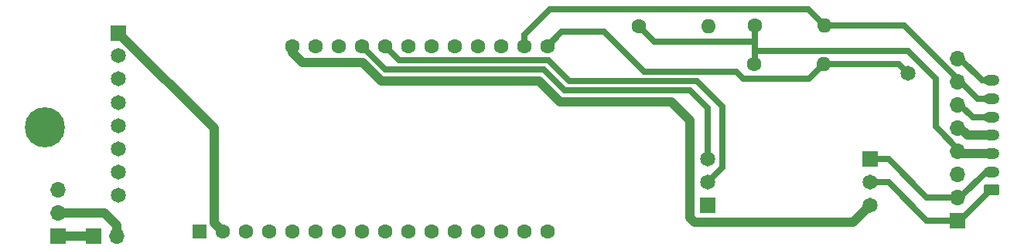
<source format=gbr>
%TF.GenerationSoftware,KiCad,Pcbnew,6.0.0-rc1-unknown-5bf9bd3ebb~144~ubuntu20.04.1*%
%TF.CreationDate,2021-12-20T20:37:31+08:00*%
%TF.ProjectId,kicad-openctd,6b696361-642d-46f7-9065-6e6374642e6b,rev?*%
%TF.SameCoordinates,Original*%
%TF.FileFunction,Copper,L1,Top*%
%TF.FilePolarity,Positive*%
%FSLAX46Y46*%
G04 Gerber Fmt 4.6, Leading zero omitted, Abs format (unit mm)*
G04 Created by KiCad (PCBNEW 6.0.0-rc1-unknown-5bf9bd3ebb~144~ubuntu20.04.1) date 2021-12-20 20:37:31*
%MOMM*%
%LPD*%
G01*
G04 APERTURE LIST*
G04 Aperture macros list*
%AMRoundRect*
0 Rectangle with rounded corners*
0 $1 Rounding radius*
0 $2 $3 $4 $5 $6 $7 $8 $9 X,Y pos of 4 corners*
0 Add a 4 corners polygon primitive as box body*
4,1,4,$2,$3,$4,$5,$6,$7,$8,$9,$2,$3,0*
0 Add four circle primitives for the rounded corners*
1,1,$1+$1,$2,$3*
1,1,$1+$1,$4,$5*
1,1,$1+$1,$6,$7*
1,1,$1+$1,$8,$9*
0 Add four rect primitives between the rounded corners*
20,1,$1+$1,$2,$3,$4,$5,0*
20,1,$1+$1,$4,$5,$6,$7,0*
20,1,$1+$1,$6,$7,$8,$9,0*
20,1,$1+$1,$8,$9,$2,$3,0*%
G04 Aperture macros list end*
%TA.AperFunction,ComponentPad*%
%ADD10C,1.600000*%
%TD*%
%TA.AperFunction,ComponentPad*%
%ADD11O,1.600000X1.600000*%
%TD*%
%TA.AperFunction,ComponentPad*%
%ADD12R,1.600000X1.600000*%
%TD*%
%TA.AperFunction,ComponentPad*%
%ADD13R,1.651000X1.651000*%
%TD*%
%TA.AperFunction,ComponentPad*%
%ADD14C,1.651000*%
%TD*%
%TA.AperFunction,ComponentPad*%
%ADD15R,1.700000X1.700000*%
%TD*%
%TA.AperFunction,ComponentPad*%
%ADD16O,1.700000X1.700000*%
%TD*%
%TA.AperFunction,ComponentPad*%
%ADD17RoundRect,0.250000X0.625000X-0.350000X0.625000X0.350000X-0.625000X0.350000X-0.625000X-0.350000X0*%
%TD*%
%TA.AperFunction,ComponentPad*%
%ADD18O,1.750000X1.200000*%
%TD*%
%TA.AperFunction,ViaPad*%
%ADD19C,4.400000*%
%TD*%
%TA.AperFunction,ViaPad*%
%ADD20C,1.651000*%
%TD*%
%TA.AperFunction,Conductor*%
%ADD21C,1.016000*%
%TD*%
%TA.AperFunction,Conductor*%
%ADD22C,0.635000*%
%TD*%
G04 APERTURE END LIST*
D10*
%TO.P,R1,1,1*%
%TO.N,+3V3*%
X162794000Y-82900000D03*
D11*
%TO.P,R1,2,2*%
%TO.N,D6*%
X170414000Y-82900000D03*
%TD*%
D12*
%TO.P,U3,1,Rst*%
%TO.N,unconnected-(U3-Pad1)*%
X114700000Y-105385000D03*
D10*
%TO.P,U3,2,3V3*%
%TO.N,+3V3*%
X117240000Y-105385000D03*
%TO.P,U3,3,Aref*%
%TO.N,unconnected-(U3-Pad3)*%
X119780000Y-105385000D03*
%TO.P,U3,4,GND*%
%TO.N,GND*%
X122320000Y-105385000D03*
%TO.P,U3,5,A0*%
%TO.N,unconnected-(U3-Pad5)*%
X124860000Y-105385000D03*
%TO.P,U3,6,A1*%
%TO.N,unconnected-(U3-Pad6)*%
X127400000Y-105385000D03*
%TO.P,U3,7,A2*%
%TO.N,unconnected-(U3-Pad7)*%
X129940000Y-105385000D03*
%TO.P,U3,8,A3*%
%TO.N,unconnected-(U3-Pad8)*%
X132480000Y-105385000D03*
%TO.P,U3,9,A4/D24*%
%TO.N,unconnected-(U3-Pad9)*%
X135020000Y-105385000D03*
%TO.P,U3,10,A5/D25*%
%TO.N,unconnected-(U3-Pad10)*%
X137560000Y-105385000D03*
%TO.P,U3,11,SCK*%
%TO.N,unconnected-(U3-Pad11)*%
X140100000Y-105385000D03*
%TO.P,U3,12,MO*%
%TO.N,unconnected-(U3-Pad12)*%
X142640000Y-105385000D03*
%TO.P,U3,13,MI*%
%TO.N,unconnected-(U3-Pad13)*%
X145180000Y-105385000D03*
%TO.P,U3,14,Rx/D0*%
%TO.N,unconnected-(U3-Pad14)*%
X147720000Y-105385000D03*
%TO.P,U3,15,Tx/D1*%
%TO.N,Tx*%
X150260000Y-105385000D03*
%TO.P,U3,16,NC*%
%TO.N,unconnected-(U3-Pad16)*%
X152800000Y-105385000D03*
%TO.P,U3,17,SDA*%
%TO.N,SDA*%
X152800000Y-85065000D03*
%TO.P,U3,18,SCL*%
%TO.N,SCL*%
X150260000Y-85065000D03*
%TO.P,U3,19,D5*%
%TO.N,unconnected-(U3-Pad19)*%
X147720000Y-85065000D03*
%TO.P,U3,20,D6*%
%TO.N,D6*%
X145180000Y-85065000D03*
%TO.P,U3,21,D9*%
%TO.N,unconnected-(U3-Pad21)*%
X142640000Y-85065000D03*
%TO.P,U3,22,D10*%
%TO.N,unconnected-(U3-Pad22)*%
X140100000Y-85065000D03*
%TO.P,U3,23,D11*%
%TO.N,unconnected-(U3-Pad23)*%
X137560000Y-85065000D03*
%TO.P,U3,24,D12*%
%TO.N,EC_TX*%
X135020000Y-85065000D03*
%TO.P,U3,25,D13*%
%TO.N,EC_RX*%
X132480000Y-85065000D03*
%TO.P,U3,26,USB*%
%TO.N,unconnected-(U3-Pad26)*%
X129940000Y-85065000D03*
%TO.P,U3,27,EN*%
%TO.N,unconnected-(U3-Pad27)*%
X127400000Y-85065000D03*
%TO.P,U3,28,Bat*%
%TO.N,+BATT*%
X124860000Y-85065000D03*
%TD*%
D13*
%TO.P,U2,1,Gnd*%
%TO.N,GND*%
X170355000Y-102559000D03*
D14*
%TO.P,U2,2,Tx/SDA*%
%TO.N,EC_TX*%
X170355000Y-100019000D03*
%TO.P,U2,3,Rx/SCL*%
%TO.N,EC_RX*%
X170355000Y-97479000D03*
D13*
%TO.P,U2,4,PRB*%
%TO.N,PRB0*%
X188135000Y-97479000D03*
D14*
%TO.P,U2,5,PRB*%
%TO.N,PRB1*%
X188135000Y-100019000D03*
%TO.P,U2,6,Vcc*%
%TO.N,+BATT*%
X188135000Y-102559000D03*
%TD*%
D15*
%TO.P,J1,1,Pin_1*%
%TO.N,Net-(J1-Pad1)*%
X103100000Y-105950000D03*
D16*
%TO.P,J1,2,Pin_2*%
%TO.N,Net-(J1-Pad2)*%
X105640000Y-105950000D03*
%TD*%
D15*
%TO.P,J2,1,Pin_1*%
%TO.N,Net-(J1-Pad1)*%
X99270000Y-105950000D03*
D16*
%TO.P,J2,2,Pin_2*%
%TO.N,Net-(J1-Pad2)*%
X99270000Y-103410000D03*
%TO.P,J2,3,Pin_3*%
%TO.N,unconnected-(J2-Pad3)*%
X99270000Y-100870000D03*
%TD*%
D10*
%TO.P,R3,1,1*%
%TO.N,+3V3*%
X175458000Y-87086000D03*
D11*
%TO.P,R3,2,2*%
%TO.N,SDA*%
X183078000Y-87086000D03*
%TD*%
D10*
%TO.P,R2,1,1*%
%TO.N,+3V3*%
X175514000Y-82816000D03*
D11*
%TO.P,R2,2,2*%
%TO.N,SCL*%
X183134000Y-82816000D03*
%TD*%
D13*
%TO.P,U1,1,Vin*%
%TO.N,+3V3*%
X105875000Y-83645000D03*
D14*
%TO.P,U1,2,Gnd*%
%TO.N,GND*%
X105863570Y-86134568D03*
%TO.P,U1,3,SCL*%
%TO.N,SCL*%
X105863570Y-88671711D03*
%TO.P,U1,4,SDA*%
%TO.N,SDA*%
X105863570Y-91265000D03*
%TO.P,U1,5,BAT*%
%TO.N,unconnected-(U1-Pad5)*%
X105863570Y-93805000D03*
%TO.P,U1,6,32K*%
%TO.N,unconnected-(U1-Pad6)*%
X105863570Y-96345000D03*
%TO.P,U1,7,SQW*%
%TO.N,unconnected-(U1-Pad7)*%
X105863570Y-98885000D03*
%TO.P,U1,8,nRST*%
%TO.N,unconnected-(U1-Pad8)*%
X105863570Y-101425000D03*
%TD*%
D17*
%TO.P,J4,1,Pin_1*%
%TO.N,PRB1*%
X201422000Y-100862000D03*
D18*
%TO.P,J4,2,Pin_2*%
%TO.N,PRB0*%
X201422000Y-98862000D03*
%TO.P,J4,3,Pin_3*%
%TO.N,+3V3*%
X201422000Y-96862000D03*
%TO.P,J4,4,Pin_4*%
%TO.N,GND*%
X201422000Y-94862000D03*
%TO.P,J4,5,Pin_5*%
%TO.N,SDA*%
X201422000Y-92862000D03*
%TO.P,J4,6,Pin_6*%
%TO.N,SCL*%
X201422000Y-90862000D03*
%TO.P,J4,7,Pin_7*%
%TO.N,D6*%
X201422000Y-88862000D03*
%TD*%
D15*
%TO.P,J3,1,Pin_1*%
%TO.N,PRB1*%
X197740000Y-104200000D03*
D16*
%TO.P,J3,2,Pin_2*%
%TO.N,PRB0*%
X197740000Y-101660000D03*
%TO.P,J3,3,Pin_3*%
%TO.N,unconnected-(J3-Pad3)*%
X197740000Y-99120000D03*
%TO.P,J3,4,Pin_4*%
%TO.N,+3V3*%
X197740000Y-96580000D03*
%TO.P,J3,5,Pin_5*%
%TO.N,GND*%
X197740000Y-94040000D03*
%TO.P,J3,6,Pin_6*%
%TO.N,SDA*%
X197740000Y-91500000D03*
%TO.P,J3,7,Pin_7*%
%TO.N,SCL*%
X197740000Y-88960000D03*
%TO.P,J3,8,Pin_8*%
%TO.N,D6*%
X197740000Y-86420000D03*
%TD*%
D19*
%TO.N,*%
X97750000Y-94000000D03*
D20*
%TO.N,SDA*%
X192278000Y-88086000D03*
%TD*%
D21*
%TO.N,+3V3*%
X105875000Y-83645000D02*
X116343489Y-94113489D01*
X116343489Y-104488489D02*
X117240000Y-105385000D01*
D22*
X164516000Y-84622000D02*
X175400000Y-84622000D01*
D21*
X201422000Y-96862000D02*
X198274000Y-96862000D01*
D22*
X195326000Y-93914000D02*
X197992000Y-96580000D01*
X175514000Y-82816000D02*
X175514000Y-84736000D01*
X192278000Y-85622000D02*
X195326000Y-88670000D01*
D21*
X198274000Y-96862000D02*
X197992000Y-96580000D01*
X116343489Y-94113489D02*
X116343489Y-104488489D01*
D22*
X192278000Y-85622000D02*
X175628000Y-85622000D01*
X175628000Y-85622000D02*
X175514000Y-85736000D01*
X162794000Y-82900000D02*
X164516000Y-84622000D01*
X175514000Y-84736000D02*
X175514000Y-85736000D01*
X175514000Y-85736000D02*
X175514000Y-87030000D01*
X175400000Y-84622000D02*
X175514000Y-84736000D01*
X195326000Y-88670000D02*
X195326000Y-93914000D01*
X175514000Y-87030000D02*
X175458000Y-87086000D01*
%TO.N,D6*%
X200434000Y-88862000D02*
X197992000Y-86420000D01*
X201422000Y-88862000D02*
X200434000Y-88862000D01*
%TO.N,SCL*%
X183134000Y-82816000D02*
X191848000Y-82816000D01*
X181318000Y-81000000D02*
X183134000Y-82816000D01*
X150260000Y-83815000D02*
X150260000Y-85065000D01*
X199894000Y-90862000D02*
X201422000Y-90862000D01*
X153075000Y-81000000D02*
X150260000Y-83815000D01*
X153075000Y-81000000D02*
X181318000Y-81000000D01*
X191848000Y-82816000D02*
X199894000Y-90862000D01*
%TO.N,SDA*%
X163408000Y-87908000D02*
X173466000Y-87908000D01*
X154365000Y-83500000D02*
X159000000Y-83500000D01*
X199354000Y-92862000D02*
X197992000Y-91500000D01*
X173466000Y-87908000D02*
X174244000Y-88686000D01*
X191278000Y-87086000D02*
X192278000Y-88086000D01*
X152800000Y-85065000D02*
X154365000Y-83500000D01*
X174244000Y-88686000D02*
X181478000Y-88686000D01*
X181478000Y-88686000D02*
X183078000Y-87086000D01*
X159000000Y-83500000D02*
X163408000Y-87908000D01*
X183078000Y-87086000D02*
X191278000Y-87086000D01*
X201422000Y-92862000D02*
X199354000Y-92862000D01*
D21*
%TO.N,Net-(J1-Pad1)*%
X103100000Y-105950000D02*
X99270000Y-105950000D01*
%TO.N,Net-(J1-Pad2)*%
X104302081Y-103410000D02*
X99270000Y-103410000D01*
X105640000Y-105950000D02*
X105640000Y-104747919D01*
X105640000Y-104747919D02*
X104302081Y-103410000D01*
D22*
%TO.N,PRB1*%
X190135000Y-100019000D02*
X194316000Y-104200000D01*
X188135000Y-100019000D02*
X190135000Y-100019000D01*
X201422000Y-100862000D02*
X201330000Y-100862000D01*
X197992000Y-104200000D02*
X194316000Y-104200000D01*
X201330000Y-100862000D02*
X197992000Y-104200000D01*
%TO.N,PRB0*%
X188135000Y-97479000D02*
X190135000Y-97479000D01*
X200790000Y-98862000D02*
X197992000Y-101660000D01*
X197992000Y-101660000D02*
X194316000Y-101660000D01*
X190135000Y-97479000D02*
X194316000Y-101660000D01*
X201422000Y-98862000D02*
X200790000Y-98862000D01*
D21*
%TO.N,GND*%
X201422000Y-94862000D02*
X198814000Y-94862000D01*
X198814000Y-94862000D02*
X197992000Y-94040000D01*
D22*
%TO.N,EC_TX*%
X135020000Y-85065000D02*
X136573000Y-86618000D01*
X152888000Y-86618000D02*
X155194000Y-88924000D01*
X171958000Y-98416000D02*
X170355000Y-100019000D01*
X171958000Y-91718000D02*
X171958000Y-98416000D01*
X136573000Y-86618000D02*
X152888000Y-86618000D01*
X169164000Y-88924000D02*
X171958000Y-91718000D01*
X155194000Y-88924000D02*
X169164000Y-88924000D01*
%TO.N,EC_RX*%
X170355000Y-91893000D02*
X170355000Y-97479000D01*
X135049000Y-87634000D02*
X152380000Y-87634000D01*
X132480000Y-85065000D02*
X135049000Y-87634000D01*
X168402000Y-89940000D02*
X170355000Y-91893000D01*
X154686000Y-89940000D02*
X168402000Y-89940000D01*
X152380000Y-87634000D02*
X154686000Y-89940000D01*
D21*
%TO.N,+BATT*%
X154178000Y-91210000D02*
X166370000Y-91210000D01*
X168402000Y-103878000D02*
X168910000Y-104386000D01*
X168402000Y-93242000D02*
X168402000Y-103878000D01*
X166370000Y-91210000D02*
X168402000Y-93242000D01*
X168910000Y-104386000D02*
X186308000Y-104386000D01*
X124860000Y-85065000D02*
X124860000Y-85748000D01*
X134620000Y-88904000D02*
X151872000Y-88904000D01*
X186308000Y-104386000D02*
X188135000Y-102559000D01*
X125984000Y-86872000D02*
X132588000Y-86872000D01*
X124860000Y-85748000D02*
X125984000Y-86872000D01*
X132588000Y-86872000D02*
X134620000Y-88904000D01*
X151872000Y-88904000D02*
X154178000Y-91210000D01*
%TD*%
M02*

</source>
